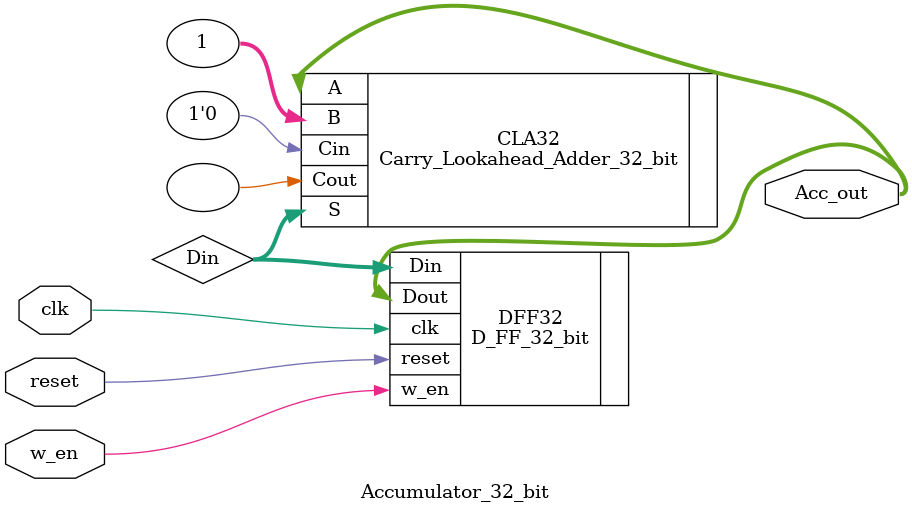
<source format=v>
module Accumulator_32_bit(reset, w_en, clk, Acc_out);
input reset, w_en, clk;
output[31:0] Acc_out;

wire[31:0] Din;

// assign Din = Acc_out + 32'd1;
Carry_Lookahead_Adder_32_bit CLA32(.A(Acc_out), .B(32'd1), .Cin(1'b0), .S(Din), .Cout());

D_FF_32_bit DFF32(.Din(Din), .reset(reset), .w_en(w_en), .clk(clk), .Dout(Acc_out));

endmodule
</source>
